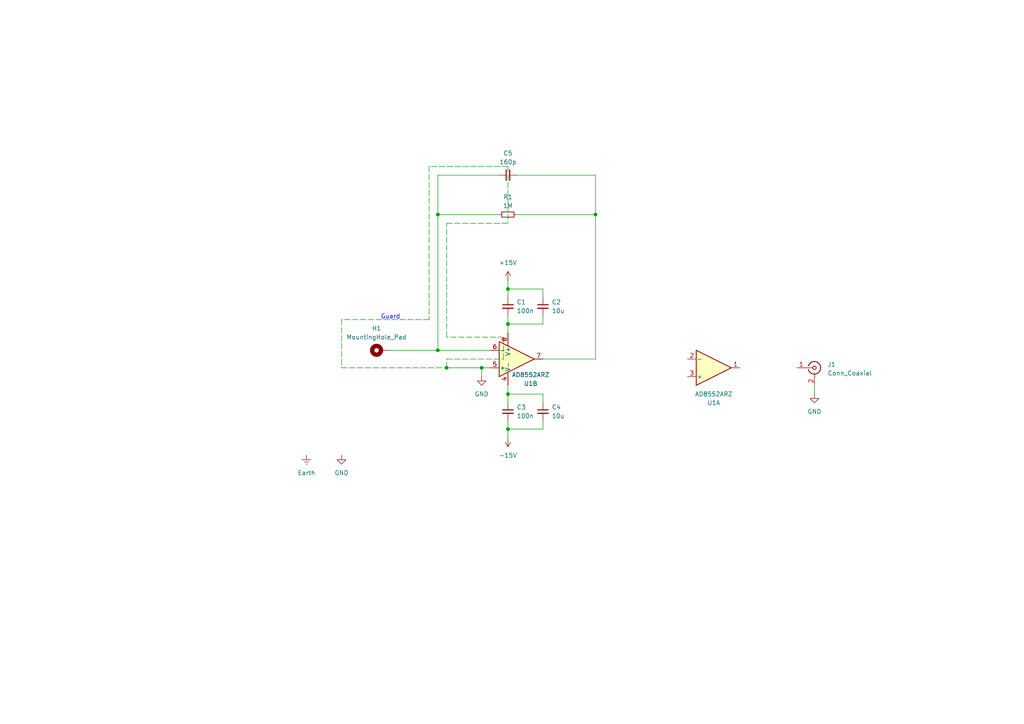
<source format=kicad_sch>
(kicad_sch (version 20231120) (generator "eeschema") (generator_version "8.0")
  (paper "A4")
  (lib_symbols
    (symbol "0_ProjectLibrary:AD8552ARZ" (pin_names (offset 0.127))
      (property "Reference" "U" (at 0 5.08 0))
      (property "Value" "AD8552ARZ" (at 0 -5.08 0))
      (symbol "AD8552ARZ_1_1"
        (polyline (pts (xy -5.08 5.08) (xy 5.08 0) (xy -5.08 -5.08) (xy -5.08 5.08)) (stroke (width 0.254)) (fill (type background)))
        (pin output line (at 7.62 0 180) (length 2.54) (name "~") (number "1"))
        (pin input line (at -7.62 -2.54 0) (length 2.54) (name "-") (number "2"))
        (pin input line (at -7.62 2.54 0) (length 2.54) (name "+") (number "3"))
      )
      (symbol "AD8552ARZ_2_1"
        (polyline (pts (xy -5.08 5.08) (xy 5.08 0) (xy -5.08 -5.08) (xy -5.08 5.08)) (stroke (width 0.254)) (fill (type background)))
        (pin input line (at -7.62 2.54 0) (length 2.54) (name "+") (number "5"))
        (pin input line (at -7.62 -2.54 0) (length 2.54) (name "-") (number "6"))
        (pin output line (at 7.62 0 180) (length 2.54) (name "~") (number "7"))
      )
      (symbol "AD8552ARZ_3_1"
        (pin power_in line (at -2.54 -7.62 90) (length 3.81) (name "V-") (number "4"))
        (pin power_in line (at -2.54 7.62 270) (length 3.81) (name "V+") (number "8"))
      )
    )
    (symbol "Connector:Conn_Coaxial" (pin_names (offset 1.016) hide)
      (property "Reference" "J" (at 0.254 3.048 0))
      (property "Value" "Conn_Coaxial" (at 2.921 0 90))
      (symbol "Conn_Coaxial_0_1"
        (arc (start -1.778 -0.508) (mid 0.2311 -1.8066) (end 1.778 0) (stroke (width 0.254)))
        (polyline (pts (xy -2.54 0) (xy -0.508 0)))
        (polyline (pts (xy 0 -2.54) (xy 0 -1.778)))
        (circle (center 0 0) (radius 0.508) (stroke (width 0.2032)))
        (arc (start 1.778 0) (mid 0.2099 1.8101) (end -1.778 0.508) (stroke (width 0.254)))
      )
      (symbol "Conn_Coaxial_1_1"
        (pin passive line (at -5.08 0 0) (length 2.54) (name "In") (number "1"))
        (pin passive line (at 0 -5.08 90) (length 2.54) (name "Ext") (number "2"))
      )
    )
    (symbol "Device:C_Small" (pin_numbers hide) (pin_names (offset 0.254) hide)
      (property "Reference" "C" (at 0.254 1.778 0))
      (property "Value" "C_Small" (at 0.254 -2.032 0))
      (symbol "C_Small_0_1"
        (polyline (pts (xy -1.524 -0.508) (xy 1.524 -0.508)) (stroke (width 0.3302)))
        (polyline (pts (xy -1.524 0.508) (xy 1.524 0.508)) (stroke (width 0.3048)))
      )
      (symbol "C_Small_1_1"
        (pin passive line (at 0 2.54 270) (length 2.032) (name "~") (number "1"))
        (pin passive line (at 0 -2.54 90) (length 2.032) (name "~") (number "2"))
      )
    )
    (symbol "Device:R_Small" (pin_numbers hide) (pin_names (offset 0.254) hide)
      (property "Reference" "R" (at 0.762 0.508 0))
      (property "Value" "R_Small" (at 0.762 -1.016 0))
      (symbol "R_Small_0_1"
        (rectangle (start -0.762 1.778) (end 0.762 -1.778) (stroke (width 0.2032)))
      )
      (symbol "R_Small_1_1"
        (pin passive line (at 0 2.54 270) (length 0.762) (name "~") (number "1"))
        (pin passive line (at 0 -2.54 90) (length 0.762) (name "~") (number "2"))
      )
    )
    (symbol "Mechanical:MountingHole_Pad" (pin_numbers hide) (pin_names (offset 1.016) hide) (exclude_from_sim yes) (in_bom no)
      (property "Reference" "H" (at 0 6.35 0))
      (property "Value" "MountingHole_Pad" (at 0 4.445 0))
      (symbol "MountingHole_Pad_0_1"
        (circle (center 0 1.27) (radius 1.27) (stroke (width 1.27)))
      )
      (symbol "MountingHole_Pad_1_1"
        (pin input line (at 0 -2.54 90) (length 2.54) (name "1") (number "1"))
      )
    )
    (symbol "power:+15V" (power) (pin_numbers hide) (pin_names (offset 0) hide)
      (property "Value" "+15V" (at 0 3.556 0))
      (symbol "+15V_0_1"
        (polyline (pts (xy -0.762 1.27) (xy 0 2.54)))
        (polyline (pts (xy 0 0) (xy 0 2.54)))
        (polyline (pts (xy 0 2.54) (xy 0.762 1.27)))
      )
      (symbol "+15V_1_1"
        (pin power_in line (at 0 0 90) (length 0) (name "~") (number "1"))
      )
    )
    (symbol "power:Earth" (power) (pin_numbers hide) (pin_names (offset 0) hide)
      (property "Value" "Earth" (at 0 -3.81 0))
      (symbol "Earth_0_1"
        (polyline (pts (xy -0.635 -1.905) (xy 0.635 -1.905)))
        (polyline (pts (xy -0.127 -2.54) (xy 0.127 -2.54)))
        (polyline (pts (xy 0 -1.27) (xy 0 0)))
        (polyline (pts (xy 1.27 -1.27) (xy -1.27 -1.27)))
      )
      (symbol "Earth_1_1"
        (pin power_in line (at 0 0 270) (length 0) (name "~") (number "1"))
      )
    )
    (symbol "power:GND" (power) (pin_numbers hide) (pin_names (offset 0) hide)
      (property "Value" "GND" (at 0 -3.81 0))
      (symbol "GND_0_1"
        (polyline (pts (xy 0 0) (xy 0 -1.27) (xy 1.27 -1.27) (xy 0 -2.54) (xy -1.27 -1.27) (xy 0 -1.27)))
      )
      (symbol "GND_1_1"
        (pin power_in line (at 0 0 270) (length 0) (name "~") (number "1"))
      )
    )
  )
  (junction (at 172.72 62.23))
  (junction (at 147.32 83.82))
  (junction (at 139.7 106.68))
  (junction (at 147.32 93.98))
  (junction (at 127 101.6))
  (junction (at 127 62.23))
  (junction (at 147.32 114.3))
  (junction (at 147.32 124.46))
  (junction (at 129.54 106.68))
  (wire (pts (xy 99.06 106.68) (xy 129.54 106.68)) (stroke (width 0) (type dash)))
  (wire (pts (xy 157.48 91.44) (xy 157.48 93.98)))
  (wire (pts (xy 146.05 104.14) (xy 146.05 97.79)) (stroke (width 0) (type dash)))
  (wire (pts (xy 147.32 48.26) (xy 124.46 48.26)) (stroke (width 0) (type dash)))
  (wire (pts (xy 146.05 97.79) (xy 129.54 97.79)) (stroke (width 0) (type dash)))
  (wire (pts (xy 147.32 111.76) (xy 147.32 114.3)))
  (wire (pts (xy 99.06 92.71) (xy 99.06 106.68)) (stroke (width 0) (type dash)))
  (wire (pts (xy 149.86 50.8) (xy 172.72 50.8)))
  (wire (pts (xy 157.48 124.46) (xy 157.48 121.92)))
  (wire (pts (xy 157.48 86.36) (xy 157.48 83.82)))
  (wire (pts (xy 157.48 116.84) (xy 157.48 114.3)))
  (wire (pts (xy 147.32 114.3) (xy 157.48 114.3)))
  (wire (pts (xy 147.32 91.44) (xy 147.32 93.98)))
  (wire (pts (xy 236.22 111.76) (xy 236.22 114.3)))
  (wire (pts (xy 127 101.6) (xy 142.24 101.6)))
  (wire (pts (xy 147.32 114.3) (xy 147.32 116.84)))
  (wire (pts (xy 124.46 48.26) (xy 124.46 92.71)) (stroke (width 0) (type dash)))
  (wire (pts (xy 129.54 97.79) (xy 129.54 64.77)) (stroke (width 0) (type dash)))
  (wire (pts (xy 129.54 106.68) (xy 139.7 106.68)))
  (wire (pts (xy 147.32 81.28) (xy 147.32 83.82)))
  (wire (pts (xy 124.46 92.71) (xy 99.06 92.71)) (stroke (width 0) (type dash)))
  (wire (pts (xy 142.24 106.68) (xy 139.7 106.68)))
  (wire (pts (xy 147.32 124.46) (xy 147.32 127)))
  (wire (pts (xy 157.48 83.82) (xy 147.32 83.82)))
  (wire (pts (xy 129.54 104.14) (xy 146.05 104.14)) (stroke (width 0) (type dash)))
  (wire (pts (xy 157.48 104.14) (xy 172.72 104.14)))
  (wire (pts (xy 129.54 106.68) (xy 129.54 104.14)) (stroke (width 0) (type dash)))
  (wire (pts (xy 172.72 62.23) (xy 149.86 62.23)))
  (wire (pts (xy 157.48 93.98) (xy 147.32 93.98)))
  (wire (pts (xy 147.32 83.82) (xy 147.32 86.36)))
  (wire (pts (xy 147.32 121.92) (xy 147.32 124.46)))
  (wire (pts (xy 172.72 50.8) (xy 172.72 62.23)))
  (wire (pts (xy 172.72 104.14) (xy 172.72 62.23)))
  (wire (pts (xy 127 62.23) (xy 127 101.6)))
  (wire (pts (xy 147.32 48.26) (xy 147.32 64.77)) (stroke (width 0) (type dash)))
  (wire (pts (xy 144.78 50.8) (xy 127 50.8)))
  (wire (pts (xy 127 50.8) (xy 127 62.23)))
  (wire (pts (xy 147.32 93.98) (xy 147.32 96.52)))
  (wire (pts (xy 129.54 64.77) (xy 147.32 64.77)) (stroke (width 0) (type dash)))
  (wire (pts (xy 113.03 101.6) (xy 127 101.6)))
  (wire (pts (xy 147.32 124.46) (xy 157.48 124.46)))
  (wire (pts (xy 144.78 62.23) (xy 127 62.23)))
  (wire (pts (xy 139.7 106.68) (xy 139.7 109.22)))
  (text "Guard" (at 113.284 91.948 0) (effects (font (size 1.27 1.27))))
  (symbol (lib_id "0_ProjectLibrary:AD8552ARZ") (at 149.86 104.14 0) (mirror x) (unit 2)
    (property "Reference" "U1" (at 153.924 111.252 0))
    (property "Value" "AD8552ARZ" (at 153.924 108.712 0))
    (property "Footprint" "Package_SO:SOIC-8_3.9x4.9mm_P1.27mm" (effects (hide yes)))
    (property "Datasheet" "https://www.analog.com/media/en/technical-documentation/data-sheets/ad8551_8552_8554.pdf" (effects (hide yes)))
    (property "Description" "Dual Zero-Drift, Single-Supply, Rail-to-Rail Input/Output Operational Amplifier" (effects (hide yes)))
  )
  (symbol (lib_id "power:+15V") (at 147.32 81.28 0) (unit 1)
    (property "Reference" "#PWR03" (effects (hide yes)))
    (property "Value" "+15V" (at 147.32 76.2 0))
    (property "Description" "Power symbol creates a global label with name \"+15V\"" (effects (hide yes)))
  )
  (symbol (lib_id "Device:C_Small") (at 147.32 88.9 0) (unit 1)
    (property "Reference" "C1" (at 149.86 87.6362 0) (effects (justify left)))
    (property "Value" "100n" (at 149.86 90.1762 0) (effects (justify left)))
    (property "Description" "Unpolarized capacitor, small symbol" (effects (hide yes)))
  )
  (symbol (lib_id "power:GND") (at 139.7 109.22 0) (unit 1)
    (property "Reference" "#PWR05" (effects (hide yes)))
    (property "Value" "GND" (at 139.7 114.3 0))
    (property "Description" "Power symbol creates a global label with name \"GND\" , ground" (effects (hide yes)))
  )
  (symbol (lib_id "0_ProjectLibrary:AD8552ARZ") (at 207.01 106.68 0) (mirror x) (unit 1)
    (property "Reference" "U1" (at 207.01 116.84 0))
    (property "Value" "AD8552ARZ" (at 207.01 114.3 0))
    (property "Footprint" "Package_SO:SOIC-8_3.9x4.9mm_P1.27mm" (effects (hide yes)))
    (property "Datasheet" "https://www.analog.com/media/en/technical-documentation/data-sheets/ad8551_8552_8554.pdf" (effects (hide yes)))
    (property "Description" "Dual Zero-Drift, Single-Supply, Rail-to-Rail Input/Output Operational Amplifier" (effects (hide yes)))
  )
  (symbol (lib_id "Connector:Conn_Coaxial") (at 236.22 106.68 0) (unit 1)
    (property "Reference" "J1" (at 240.03 105.7031 0) (effects (justify left)))
    (property "Value" "Conn_Coaxial" (at 240.03 108.2431 0) (effects (justify left)))
    (property "Footprint" "Connector_Coaxial:SMA_BAT_Wireless_BWSMA-KWE-Z001" (effects (hide yes)))
    (property "Description" "coaxial connector (BNC, SMA, SMB, SMC, Cinch/RCA, LEMO, ...)" (effects (hide yes)))
  )
  (symbol (lib_id "Device:C_Small") (at 147.32 119.38 0) (unit 1)
    (property "Reference" "C3" (at 149.86 118.1162 0) (effects (justify left)))
    (property "Value" "100n" (at 149.86 120.6562 0) (effects (justify left)))
    (property "Description" "Unpolarized capacitor, small symbol" (effects (hide yes)))
  )
  (symbol (lib_id "power:GND") (at 99.06 132.08 0) (unit 1)
    (property "Reference" "#PWR02" (effects (hide yes)))
    (property "Value" "GND" (at 99.06 137.16 0))
    (property "Description" "Power symbol creates a global label with name \"GND\" , ground" (effects (hide yes)))
  )
  (symbol (lib_id "power:Earth") (at 88.9 132.08 0) (unit 1)
    (property "Reference" "#PWR01" (effects (hide yes)))
    (property "Value" "Earth" (at 88.9 137.16 0))
    (property "Description" "Power symbol creates a global label with name \"Earth\"" (effects (hide yes)))
  )
  (symbol (lib_id "Device:C_Small") (at 147.32 50.8 90) (unit 1)
    (property "Reference" "C5" (at 147.3263 44.45 90))
    (property "Value" "160p" (at 147.3263 46.99 90))
    (property "Footprint" "Capacitor_SMD:C_1206_3216Metric" (effects (hide yes)))
    (property "Datasheet" "https://www.mouser.ch/datasheet/2/447/KEM_C1009_C0G_HV_SMD-3316207.pdf" (effects (hide yes)))
    (property "Description" "Unpolarized capacitor, small symbol" (effects (hide yes)))
    (property "man" "KEMET" (effects (hide yes)))
    (property "man no" "C1206C161FBGACTU " (effects (hide yes)))
    (property "dist" "Mosuer" (effects (hide yes)))
    (property "dist no" "80-C1206C161FBG " (effects (hide yes)))
  )
  (symbol (lib_id "Device:R_Small") (at 147.32 62.23 90) (unit 1)
    (property "Reference" "R1" (at 147.32 57.15 90))
    (property "Value" "1M" (at 147.32 59.69 90))
    (property "Footprint" "Resistor_SMD:R_1206_3216Metric" (effects (hide yes)))
    (property "Datasheet" "https://www.vishay.com/doc?53017" (effects (hide yes)))
    (property "Description" "Resistor, small symbol" (effects (hide yes)))
    (property "man" "Vishay / Sfernice " (effects (hide yes)))
    (property "man no" " P1206C1004LNT " (effects (hide yes)))
    (property "dist" "Mouser" (effects (hide yes)))
    (property "dist no" "72-P1206C1004LNT" (effects (hide yes)))
  )
  (symbol (lib_id "0_ProjectLibrary:AD8552ARZ") (at 149.86 104.14 0) (unit 3)
    (property "Reference" "U1" (effects (hide yes)))
    (property "Value" "AD8552ARZ" (effects (hide yes)))
    (property "Footprint" "Package_SO:SOIC-8_3.9x4.9mm_P1.27mm" (effects (hide yes)))
    (property "Datasheet" "https://www.analog.com/media/en/technical-documentation/data-sheets/ad8551_8552_8554.pdf" (effects (hide yes)))
    (property "Description" "Dual Zero-Drift, Single-Supply, Rail-to-Rail Input/Output Operational Amplifier" (effects (hide yes)))
  )
  (symbol (lib_id "Device:C_Small") (at 157.48 88.9 0) (unit 1)
    (property "Reference" "C2" (at 160.02 87.6362 0) (effects (justify left)))
    (property "Value" "10u" (at 160.02 90.1762 0) (effects (justify left)))
    (property "Description" "Unpolarized capacitor, small symbol" (effects (hide yes)))
  )
  (symbol (lib_id "Device:C_Small") (at 157.48 119.38 0) (unit 1)
    (property "Reference" "C4" (at 160.02 118.1162 0) (effects (justify left)))
    (property "Value" "10u" (at 160.02 120.6562 0) (effects (justify left)))
    (property "Description" "Unpolarized capacitor, small symbol" (effects (hide yes)))
  )
  (symbol (lib_id "power:+15V") (at 147.32 127 180) (unit 1)
    (property "Reference" "#PWR04" (effects (hide yes)))
    (property "Value" "-15V" (at 147.32 132.08 0))
    (property "Description" "Power symbol creates a global label with name \"+15V\"" (effects (hide yes)))
  )
  (symbol (lib_id "Mechanical:MountingHole_Pad") (at 110.49 101.6 90) (unit 1) (exclude_from_sim yes) (in_bom no)
    (property "Reference" "H1" (at 109.22 95.25 90))
    (property "Value" "MountingHole_Pad" (at 109.22 97.79 90))
    (property "Footprint" "MountingHole:MountingHole_3.2mm_M3_Pad_Via" (effects (hide yes)))
    (property "Description" "Mounting Hole with connection" (effects (hide yes)))
  )
  (symbol (lib_id "power:GND") (at 236.22 114.3 0) (unit 1)
    (property "Reference" "#PWR06" (effects (hide yes)))
    (property "Value" "GND" (at 236.22 119.38 0))
    (property "Description" "Power symbol creates a global label with name \"GND\" , ground" (effects (hide yes)))
  )
)
</source>
